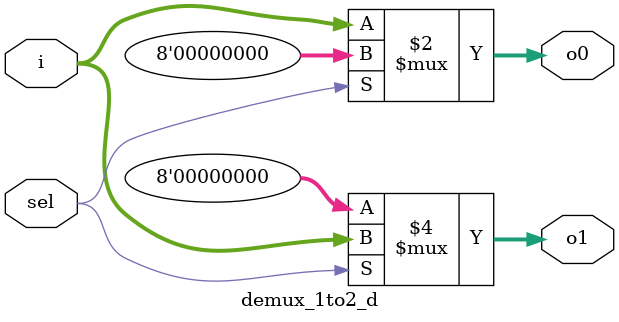
<source format=v>
module demux_1to2_d #(parameter width = 8)(
    input wire [width-1:0] i,
    input wire sel,
    output [width-1:0] o0,
    output [width-1:0] o1
);

    assign o0 = (sel == 1'b0) ? i : {width{1'b0}};
    assign o1 = (sel == 1'b1) ? i : {width{1'b0}};

endmodule

</source>
